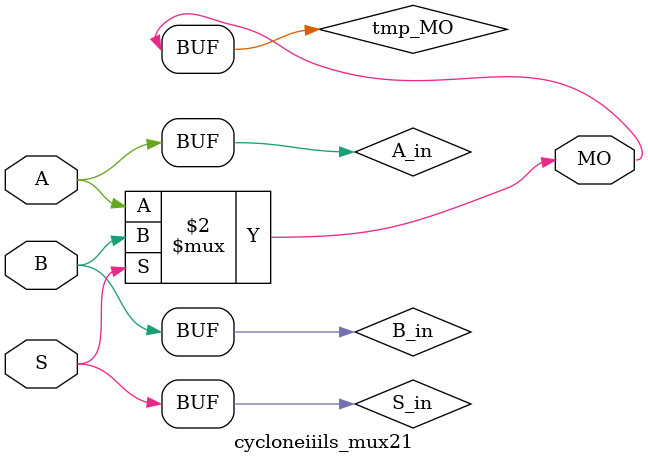
<source format=v>
module cycloneiiils_mux21 (MO, A, B, S);
   input A, B, S;
   output MO;
   wire A_in;
   wire B_in;
   wire S_in;
   buf(A_in, A);
   buf(B_in, B);
   buf(S_in, S);
   wire   tmp_MO;
   specify
      (A => MO) = (0, 0);
      (B => MO) = (0, 0);
      (S => MO) = (0, 0);
   endspecify
   assign tmp_MO = (S_in == 1) ? B_in : A_in;
   buf (MO, tmp_MO);
endmodule
</source>
